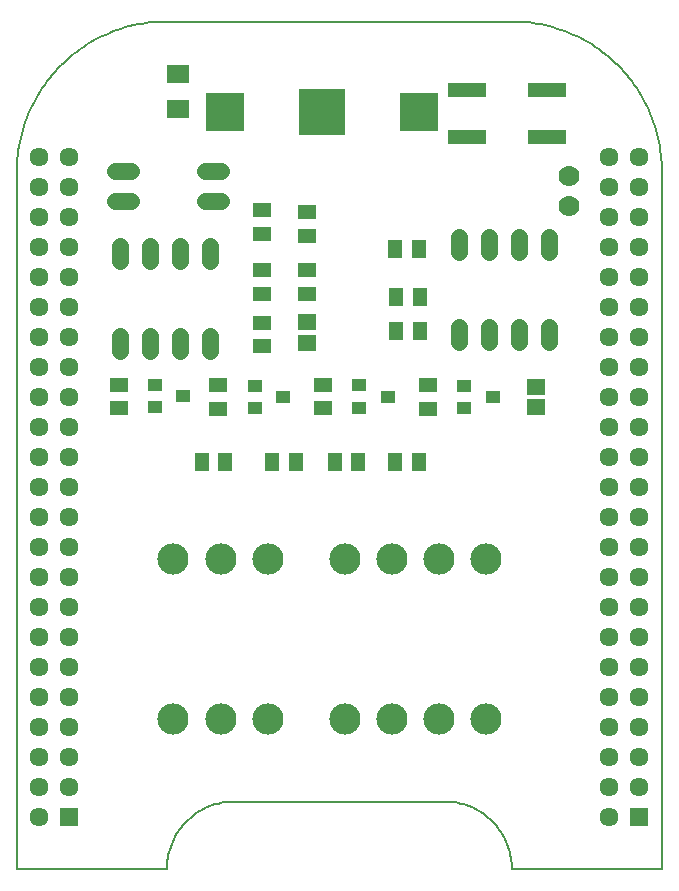
<source format=gts>
G75*
%MOIN*%
%OFA0B0*%
%FSLAX24Y24*%
%IPPOS*%
%LPD*%
%AMOC8*
5,1,8,0,0,1.08239X$1,22.5*
%
%ADD10C,0.0050*%
%ADD11R,0.0634X0.0634*%
%ADD12C,0.0634*%
%ADD13R,0.0512X0.0394*%
%ADD14R,0.0591X0.0473*%
%ADD15R,0.0473X0.0591*%
%ADD16C,0.0560*%
%ADD17C,0.0700*%
%ADD18R,0.1575X0.1575*%
%ADD19R,0.1300X0.1300*%
%ADD20R,0.0631X0.0552*%
%ADD21C,0.1040*%
%ADD22R,0.0749X0.0591*%
%ADD23R,0.1300X0.0512*%
D10*
X001450Y006250D02*
X006450Y006250D01*
X006452Y006343D01*
X006458Y006436D01*
X006467Y006528D01*
X006481Y006620D01*
X006498Y006712D01*
X006519Y006802D01*
X006544Y006892D01*
X006572Y006981D01*
X006604Y007068D01*
X006640Y007154D01*
X006679Y007238D01*
X006721Y007321D01*
X006767Y007402D01*
X006816Y007481D01*
X006869Y007557D01*
X006924Y007632D01*
X006983Y007704D01*
X007045Y007774D01*
X007109Y007841D01*
X007176Y007905D01*
X007246Y007967D01*
X007318Y008026D01*
X007393Y008081D01*
X007469Y008134D01*
X007548Y008183D01*
X007629Y008229D01*
X007712Y008271D01*
X007796Y008310D01*
X007882Y008346D01*
X007969Y008378D01*
X008058Y008406D01*
X008148Y008431D01*
X008238Y008452D01*
X008330Y008469D01*
X008422Y008483D01*
X008514Y008492D01*
X008607Y008498D01*
X008700Y008500D01*
X015700Y008500D01*
X015793Y008498D01*
X015886Y008492D01*
X015978Y008483D01*
X016070Y008469D01*
X016162Y008452D01*
X016252Y008431D01*
X016342Y008406D01*
X016431Y008378D01*
X016518Y008346D01*
X016604Y008310D01*
X016688Y008271D01*
X016771Y008229D01*
X016852Y008183D01*
X016931Y008134D01*
X017007Y008081D01*
X017082Y008026D01*
X017154Y007967D01*
X017224Y007905D01*
X017291Y007841D01*
X017355Y007774D01*
X017417Y007704D01*
X017476Y007632D01*
X017531Y007557D01*
X017584Y007481D01*
X017633Y007402D01*
X017679Y007321D01*
X017721Y007238D01*
X017760Y007154D01*
X017796Y007068D01*
X017828Y006981D01*
X017856Y006892D01*
X017881Y006802D01*
X017902Y006712D01*
X017919Y006620D01*
X017933Y006528D01*
X017942Y006436D01*
X017948Y006343D01*
X017950Y006250D01*
X022950Y006250D01*
X022950Y029500D01*
X022948Y029640D01*
X022942Y029780D01*
X022932Y029920D01*
X022919Y030060D01*
X022901Y030199D01*
X022879Y030338D01*
X022854Y030475D01*
X022825Y030613D01*
X022792Y030749D01*
X022755Y030884D01*
X022714Y031018D01*
X022669Y031151D01*
X022621Y031283D01*
X022569Y031413D01*
X022514Y031542D01*
X022455Y031669D01*
X022392Y031795D01*
X022326Y031919D01*
X022257Y032040D01*
X022184Y032160D01*
X022107Y032278D01*
X022028Y032393D01*
X021945Y032507D01*
X021859Y032617D01*
X021770Y032726D01*
X021678Y032832D01*
X021583Y032935D01*
X021486Y033036D01*
X021385Y033133D01*
X021282Y033228D01*
X021176Y033320D01*
X021067Y033409D01*
X020957Y033495D01*
X020843Y033578D01*
X020728Y033657D01*
X020610Y033734D01*
X020490Y033807D01*
X020369Y033876D01*
X020245Y033942D01*
X020119Y034005D01*
X019992Y034064D01*
X019863Y034119D01*
X019733Y034171D01*
X019601Y034219D01*
X019468Y034264D01*
X019334Y034305D01*
X019199Y034342D01*
X019063Y034375D01*
X018925Y034404D01*
X018788Y034429D01*
X018649Y034451D01*
X018510Y034469D01*
X018370Y034482D01*
X018230Y034492D01*
X018090Y034498D01*
X017950Y034500D01*
X006450Y034500D01*
X006310Y034498D01*
X006170Y034492D01*
X006030Y034482D01*
X005890Y034469D01*
X005751Y034451D01*
X005612Y034429D01*
X005475Y034404D01*
X005337Y034375D01*
X005201Y034342D01*
X005066Y034305D01*
X004932Y034264D01*
X004799Y034219D01*
X004667Y034171D01*
X004537Y034119D01*
X004408Y034064D01*
X004281Y034005D01*
X004155Y033942D01*
X004031Y033876D01*
X003910Y033807D01*
X003790Y033734D01*
X003672Y033657D01*
X003557Y033578D01*
X003443Y033495D01*
X003333Y033409D01*
X003224Y033320D01*
X003118Y033228D01*
X003015Y033133D01*
X002914Y033036D01*
X002817Y032935D01*
X002722Y032832D01*
X002630Y032726D01*
X002541Y032617D01*
X002455Y032507D01*
X002372Y032393D01*
X002293Y032278D01*
X002216Y032160D01*
X002143Y032040D01*
X002074Y031919D01*
X002008Y031795D01*
X001945Y031669D01*
X001886Y031542D01*
X001831Y031413D01*
X001779Y031283D01*
X001731Y031151D01*
X001686Y031018D01*
X001645Y030884D01*
X001608Y030749D01*
X001575Y030613D01*
X001546Y030475D01*
X001521Y030338D01*
X001499Y030199D01*
X001481Y030060D01*
X001468Y029920D01*
X001458Y029780D01*
X001452Y029640D01*
X001450Y029500D01*
X001450Y006250D01*
D11*
X003200Y008000D03*
X022200Y008000D03*
D12*
X022200Y009000D03*
X022200Y010000D03*
X022200Y011000D03*
X022200Y012000D03*
X022200Y013000D03*
X022200Y014000D03*
X022200Y015000D03*
X022200Y016000D03*
X022200Y017000D03*
X022200Y018000D03*
X022200Y019000D03*
X022200Y020000D03*
X022200Y021000D03*
X022200Y022000D03*
X022200Y023000D03*
X022200Y024000D03*
X022200Y025000D03*
X022200Y026000D03*
X022200Y027000D03*
X022200Y028000D03*
X022200Y029000D03*
X022200Y030000D03*
X021200Y030000D03*
X021200Y029000D03*
X021200Y028000D03*
X021200Y027000D03*
X021200Y026000D03*
X021200Y025000D03*
X021200Y024000D03*
X021200Y023000D03*
X021200Y022000D03*
X021200Y021000D03*
X021200Y020000D03*
X021200Y019000D03*
X021200Y018000D03*
X021200Y017000D03*
X021200Y016000D03*
X021200Y015000D03*
X021200Y014000D03*
X021200Y013000D03*
X021200Y012000D03*
X021200Y011000D03*
X021200Y010000D03*
X021200Y009000D03*
X021200Y008000D03*
X003200Y009000D03*
X003200Y010000D03*
X003200Y011000D03*
X003200Y012000D03*
X003200Y013000D03*
X003200Y014000D03*
X003200Y015000D03*
X003200Y016000D03*
X003200Y017000D03*
X003200Y018000D03*
X003200Y019000D03*
X003200Y020000D03*
X003200Y021000D03*
X003200Y022000D03*
X003200Y023000D03*
X003200Y024000D03*
X003200Y025000D03*
X003200Y026000D03*
X003200Y027000D03*
X003200Y028000D03*
X003200Y029000D03*
X003200Y030000D03*
X002200Y030000D03*
X002200Y029000D03*
X002200Y028000D03*
X002200Y027000D03*
X002200Y026000D03*
X002200Y025000D03*
X002200Y024000D03*
X002200Y023000D03*
X002200Y022000D03*
X002200Y021000D03*
X002200Y020000D03*
X002200Y019000D03*
X002200Y018000D03*
X002200Y017000D03*
X002200Y016000D03*
X002200Y015000D03*
X002200Y014000D03*
X002200Y013000D03*
X002200Y012000D03*
X002200Y011000D03*
X002200Y010000D03*
X002200Y009000D03*
X002200Y008000D03*
D13*
X006052Y021644D03*
X006052Y022392D03*
X006997Y022018D03*
X009371Y022366D03*
X009371Y021618D03*
X010316Y021992D03*
X012867Y021624D03*
X012867Y022372D03*
X013812Y021998D03*
X016369Y022362D03*
X016369Y021614D03*
X017314Y021988D03*
D14*
X015149Y022368D03*
X015149Y021581D03*
X011637Y021604D03*
X011637Y022392D03*
X009619Y023671D03*
X009619Y024459D03*
X009629Y025423D03*
X009629Y026211D03*
X009629Y027423D03*
X009629Y028211D03*
X011103Y028140D03*
X011103Y027352D03*
X011123Y026207D03*
X011123Y025419D03*
X008158Y022372D03*
X008158Y021585D03*
X004861Y021606D03*
X004861Y022394D03*
D15*
X007613Y019807D03*
X008400Y019807D03*
X009954Y019813D03*
X010741Y019813D03*
X012040Y019807D03*
X012828Y019807D03*
X014068Y019807D03*
X014855Y019807D03*
X014873Y024185D03*
X014086Y024185D03*
X014097Y025331D03*
X014885Y025331D03*
X014855Y026919D03*
X014068Y026919D03*
D16*
X016202Y026809D02*
X016202Y027329D01*
X017202Y027329D02*
X017202Y026809D01*
X018202Y026809D02*
X018202Y027329D01*
X019202Y027329D02*
X019202Y026809D01*
X019202Y024329D02*
X019202Y023809D01*
X018202Y023809D02*
X018202Y024329D01*
X017202Y024329D02*
X017202Y023809D01*
X016202Y023809D02*
X016202Y024329D01*
X008253Y028510D02*
X007733Y028510D01*
X007733Y029510D02*
X008253Y029510D01*
X007895Y027024D02*
X007895Y026504D01*
X006895Y026504D02*
X006895Y027024D01*
X005895Y027024D02*
X005895Y026504D01*
X004895Y026504D02*
X004895Y027024D01*
X004733Y028510D02*
X005253Y028510D01*
X005253Y029510D02*
X004733Y029510D01*
X004895Y024024D02*
X004895Y023504D01*
X005895Y023504D02*
X005895Y024024D01*
X006895Y024024D02*
X006895Y023504D01*
X007895Y023504D02*
X007895Y024024D01*
D17*
X019863Y028364D03*
X019863Y029364D03*
D18*
X011629Y031486D03*
D19*
X008400Y031486D03*
X014857Y031486D03*
D20*
X011113Y024469D03*
X011113Y023799D03*
X018741Y022307D03*
X018741Y021638D03*
D21*
X017099Y016575D03*
X015524Y016575D03*
X013950Y016575D03*
X012375Y016575D03*
X009816Y016575D03*
X008241Y016575D03*
X006666Y016575D03*
X006666Y011260D03*
X008241Y011260D03*
X009816Y011260D03*
X012375Y011260D03*
X013950Y011260D03*
X015524Y011260D03*
X017099Y011260D03*
D22*
X006834Y031594D03*
X006834Y032736D03*
D23*
X016450Y032224D03*
X016450Y030650D03*
X019127Y030650D03*
X019127Y032224D03*
M02*

</source>
